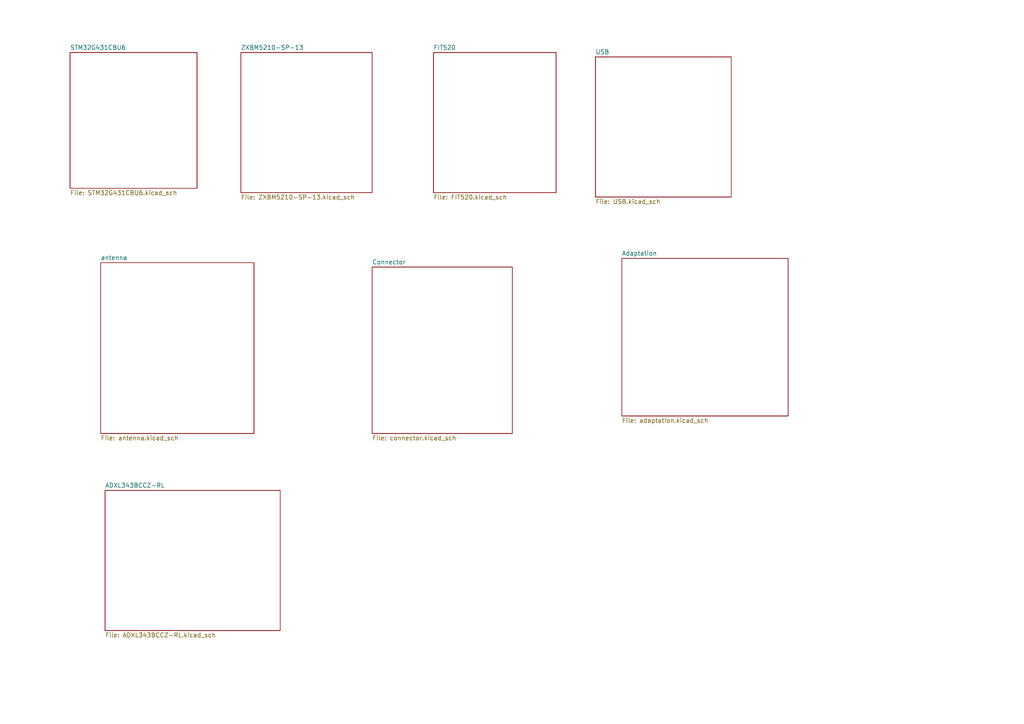
<source format=kicad_sch>
(kicad_sch
	(version 20250114)
	(generator "eeschema")
	(generator_version "9.0")
	(uuid "8b12352f-9388-4b30-a7af-4899c11469a8")
	(paper "A4")
	(lib_symbols)
	(sheet
		(at 172.72 16.51)
		(size 39.37 40.64)
		(exclude_from_sim no)
		(in_bom yes)
		(on_board yes)
		(dnp no)
		(fields_autoplaced yes)
		(stroke
			(width 0.1524)
			(type solid)
		)
		(fill
			(color 0 0 0 0.0000)
		)
		(uuid "2901ad6c-6522-4400-8e95-838f502f259a")
		(property "Sheetname" "USB"
			(at 172.72 15.7984 0)
			(effects
				(font
					(size 1.27 1.27)
				)
				(justify left bottom)
			)
		)
		(property "Sheetfile" "USB.kicad_sch"
			(at 172.72 57.7346 0)
			(effects
				(font
					(size 1.27 1.27)
				)
				(justify left top)
			)
		)
		(instances
			(project "ROBOT-CHAT_PCB"
				(path "/8b12352f-9388-4b30-a7af-4899c11469a8"
					(page "5")
				)
			)
		)
	)
	(sheet
		(at 125.73 15.24)
		(size 35.56 40.64)
		(exclude_from_sim no)
		(in_bom yes)
		(on_board yes)
		(dnp no)
		(fields_autoplaced yes)
		(stroke
			(width 0.1524)
			(type solid)
		)
		(fill
			(color 0 0 0 0.0000)
		)
		(uuid "793b012f-59fd-43d7-b69c-ac08fc7e14a4")
		(property "Sheetname" "FIT520"
			(at 125.73 14.5284 0)
			(effects
				(font
					(size 1.27 1.27)
				)
				(justify left bottom)
			)
		)
		(property "Sheetfile" "FIT520.kicad_sch"
			(at 125.73 56.4646 0)
			(effects
				(font
					(size 1.27 1.27)
				)
				(justify left top)
			)
		)
		(instances
			(project "ROBOT-CHAT_PCB"
				(path "/8b12352f-9388-4b30-a7af-4899c11469a8"
					(page "4")
				)
			)
		)
	)
	(sheet
		(at 30.48 142.24)
		(size 50.8 40.64)
		(exclude_from_sim no)
		(in_bom yes)
		(on_board yes)
		(dnp no)
		(fields_autoplaced yes)
		(stroke
			(width 0.1524)
			(type solid)
		)
		(fill
			(color 0 0 0 0.0000)
		)
		(uuid "8491bf85-2516-4435-a6a9-597d940ff857")
		(property "Sheetname" "ADXL343BCCZ-RL"
			(at 30.48 141.5284 0)
			(effects
				(font
					(size 1.27 1.27)
				)
				(justify left bottom)
			)
		)
		(property "Sheetfile" "ADXL343BCCZ-RL.kicad_sch"
			(at 30.48 183.4646 0)
			(effects
				(font
					(size 1.27 1.27)
				)
				(justify left top)
			)
		)
		(instances
			(project "ROBOT-CHAT_PCB"
				(path "/8b12352f-9388-4b30-a7af-4899c11469a8"
					(page "9")
				)
			)
		)
	)
	(sheet
		(at 69.85 15.24)
		(size 38.1 40.64)
		(exclude_from_sim no)
		(in_bom yes)
		(on_board yes)
		(dnp no)
		(fields_autoplaced yes)
		(stroke
			(width 0.1524)
			(type solid)
		)
		(fill
			(color 0 0 0 0.0000)
		)
		(uuid "a32cce6e-42eb-4d8f-8361-bfda5f60693a")
		(property "Sheetname" "ZXBM5210-SP-13"
			(at 69.85 14.5284 0)
			(effects
				(font
					(size 1.27 1.27)
				)
				(justify left bottom)
			)
		)
		(property "Sheetfile" "ZXBM5210-SP-13.kicad_sch"
			(at 69.85 56.4646 0)
			(effects
				(font
					(size 1.27 1.27)
				)
				(justify left top)
			)
		)
		(instances
			(project "ROBOT-CHAT_PCB"
				(path "/8b12352f-9388-4b30-a7af-4899c11469a8"
					(page "3")
				)
			)
		)
	)
	(sheet
		(at 29.21 76.2)
		(size 44.45 49.53)
		(exclude_from_sim no)
		(in_bom yes)
		(on_board yes)
		(dnp no)
		(fields_autoplaced yes)
		(stroke
			(width 0.1524)
			(type solid)
		)
		(fill
			(color 0 0 0 0.0000)
		)
		(uuid "a51f136e-40f9-464c-b17e-a89a1e783b00")
		(property "Sheetname" "antenna"
			(at 29.21 75.4884 0)
			(effects
				(font
					(size 1.27 1.27)
				)
				(justify left bottom)
			)
		)
		(property "Sheetfile" "antenna.kicad_sch"
			(at 29.21 126.3146 0)
			(effects
				(font
					(size 1.27 1.27)
				)
				(justify left top)
			)
		)
		(instances
			(project "ROBOT-CHAT_PCB"
				(path "/8b12352f-9388-4b30-a7af-4899c11469a8"
					(page "6")
				)
			)
		)
	)
	(sheet
		(at 20.32 15.24)
		(size 36.83 39.37)
		(exclude_from_sim no)
		(in_bom yes)
		(on_board yes)
		(dnp no)
		(fields_autoplaced yes)
		(stroke
			(width 0.1524)
			(type solid)
		)
		(fill
			(color 0 0 0 0.0000)
		)
		(uuid "c0ef8960-5339-4c43-9bfa-975ff41aa177")
		(property "Sheetname" "STM32G431CBU6"
			(at 20.32 14.5284 0)
			(effects
				(font
					(size 1.27 1.27)
				)
				(justify left bottom)
			)
		)
		(property "Sheetfile" "STM32G431CBU6.kicad_sch"
			(at 20.32 55.1946 0)
			(effects
				(font
					(size 1.27 1.27)
				)
				(justify left top)
			)
		)
		(instances
			(project "ROBOT-CHAT_PCB"
				(path "/8b12352f-9388-4b30-a7af-4899c11469a8"
					(page "2")
				)
			)
		)
	)
	(sheet
		(at 107.95 77.47)
		(size 40.64 48.26)
		(exclude_from_sim no)
		(in_bom yes)
		(on_board yes)
		(dnp no)
		(fields_autoplaced yes)
		(stroke
			(width 0.1524)
			(type solid)
		)
		(fill
			(color 0 0 0 0.0000)
		)
		(uuid "c9194f26-8bc7-4897-8bf6-0056affe9ccf")
		(property "Sheetname" "Connector"
			(at 107.95 76.7584 0)
			(effects
				(font
					(size 1.27 1.27)
				)
				(justify left bottom)
			)
		)
		(property "Sheetfile" "connector.kicad_sch"
			(at 107.95 126.3146 0)
			(effects
				(font
					(size 1.27 1.27)
				)
				(justify left top)
			)
		)
		(instances
			(project "ROBOT-CHAT_PCB"
				(path "/8b12352f-9388-4b30-a7af-4899c11469a8"
					(page "7")
				)
			)
		)
	)
	(sheet
		(at 180.34 74.93)
		(size 48.26 45.72)
		(exclude_from_sim no)
		(in_bom yes)
		(on_board yes)
		(dnp no)
		(fields_autoplaced yes)
		(stroke
			(width 0.1524)
			(type solid)
		)
		(fill
			(color 0 0 0 0.0000)
		)
		(uuid "f94473e9-5d21-4431-a67d-383fc9030dde")
		(property "Sheetname" "Adaptation"
			(at 180.34 74.2184 0)
			(effects
				(font
					(size 1.27 1.27)
				)
				(justify left bottom)
			)
		)
		(property "Sheetfile" "adaptation.kicad_sch"
			(at 180.34 121.2346 0)
			(effects
				(font
					(size 1.27 1.27)
				)
				(justify left top)
			)
		)
		(property "Field2" ""
			(at 180.34 74.93 0)
			(effects
				(font
					(size 1.27 1.27)
				)
			)
		)
		(instances
			(project "ROBOT-CHAT_PCB"
				(path "/8b12352f-9388-4b30-a7af-4899c11469a8"
					(page "8")
				)
			)
		)
	)
	(sheet_instances
		(path "/"
			(page "1")
		)
	)
	(embedded_fonts no)
)

</source>
